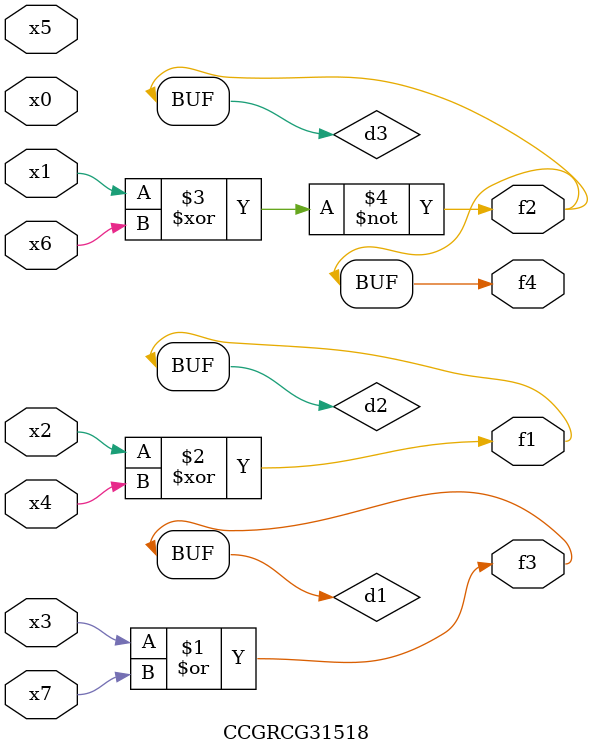
<source format=v>
module CCGRCG31518(
	input x0, x1, x2, x3, x4, x5, x6, x7,
	output f1, f2, f3, f4
);

	wire d1, d2, d3;

	or (d1, x3, x7);
	xor (d2, x2, x4);
	xnor (d3, x1, x6);
	assign f1 = d2;
	assign f2 = d3;
	assign f3 = d1;
	assign f4 = d3;
endmodule

</source>
